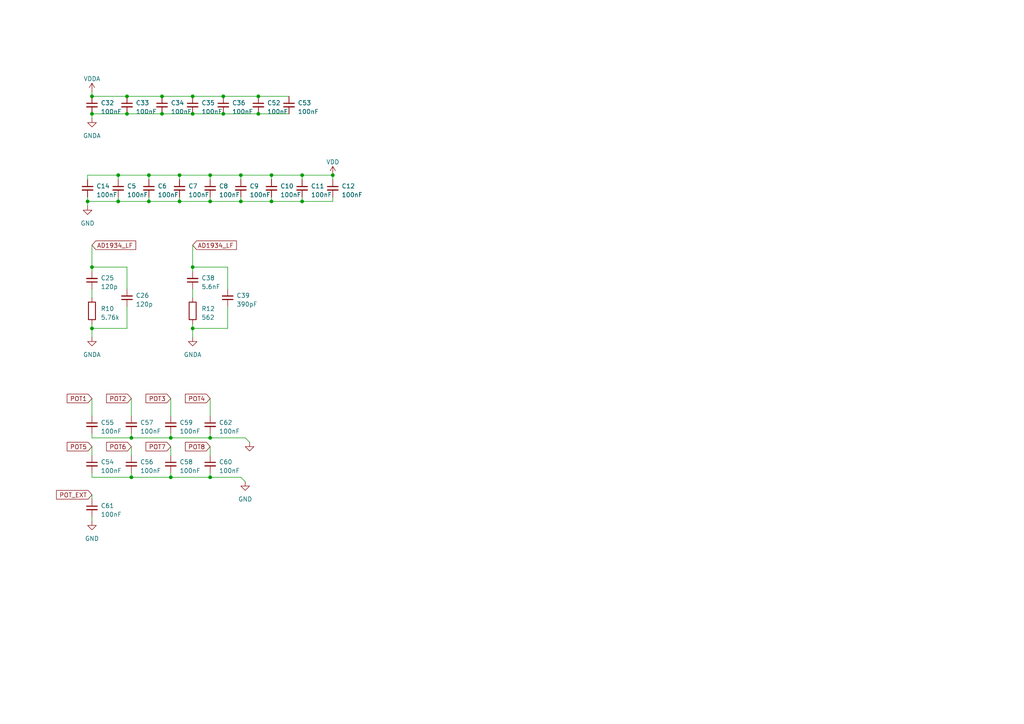
<source format=kicad_sch>
(kicad_sch (version 20230121) (generator eeschema)

  (uuid dd1fa2f4-9ca2-4742-a67d-d263d9d3d241)

  (paper "A4")

  (lib_symbols
    (symbol "Device:C_Small" (pin_numbers hide) (pin_names (offset 0.254) hide) (in_bom yes) (on_board yes)
      (property "Reference" "C" (at 0.254 1.778 0)
        (effects (font (size 1.27 1.27)) (justify left))
      )
      (property "Value" "C_Small" (at 0.254 -2.032 0)
        (effects (font (size 1.27 1.27)) (justify left))
      )
      (property "Footprint" "" (at 0 0 0)
        (effects (font (size 1.27 1.27)) hide)
      )
      (property "Datasheet" "~" (at 0 0 0)
        (effects (font (size 1.27 1.27)) hide)
      )
      (property "ki_keywords" "capacitor cap" (at 0 0 0)
        (effects (font (size 1.27 1.27)) hide)
      )
      (property "ki_description" "Unpolarized capacitor, small symbol" (at 0 0 0)
        (effects (font (size 1.27 1.27)) hide)
      )
      (property "ki_fp_filters" "C_*" (at 0 0 0)
        (effects (font (size 1.27 1.27)) hide)
      )
      (symbol "C_Small_0_1"
        (polyline
          (pts
            (xy -1.524 -0.508)
            (xy 1.524 -0.508)
          )
          (stroke (width 0.3302) (type default))
          (fill (type none))
        )
        (polyline
          (pts
            (xy -1.524 0.508)
            (xy 1.524 0.508)
          )
          (stroke (width 0.3048) (type default))
          (fill (type none))
        )
      )
      (symbol "C_Small_1_1"
        (pin passive line (at 0 2.54 270) (length 2.032)
          (name "~" (effects (font (size 1.27 1.27))))
          (number "1" (effects (font (size 1.27 1.27))))
        )
        (pin passive line (at 0 -2.54 90) (length 2.032)
          (name "~" (effects (font (size 1.27 1.27))))
          (number "2" (effects (font (size 1.27 1.27))))
        )
      )
    )
    (symbol "Device:R" (pin_numbers hide) (pin_names (offset 0)) (in_bom yes) (on_board yes)
      (property "Reference" "R" (at 2.032 0 90)
        (effects (font (size 1.27 1.27)))
      )
      (property "Value" "R" (at 0 0 90)
        (effects (font (size 1.27 1.27)))
      )
      (property "Footprint" "" (at -1.778 0 90)
        (effects (font (size 1.27 1.27)) hide)
      )
      (property "Datasheet" "~" (at 0 0 0)
        (effects (font (size 1.27 1.27)) hide)
      )
      (property "ki_keywords" "R res resistor" (at 0 0 0)
        (effects (font (size 1.27 1.27)) hide)
      )
      (property "ki_description" "Resistor" (at 0 0 0)
        (effects (font (size 1.27 1.27)) hide)
      )
      (property "ki_fp_filters" "R_*" (at 0 0 0)
        (effects (font (size 1.27 1.27)) hide)
      )
      (symbol "R_0_1"
        (rectangle (start -1.016 -2.54) (end 1.016 2.54)
          (stroke (width 0.254) (type default))
          (fill (type none))
        )
      )
      (symbol "R_1_1"
        (pin passive line (at 0 3.81 270) (length 1.27)
          (name "~" (effects (font (size 1.27 1.27))))
          (number "1" (effects (font (size 1.27 1.27))))
        )
        (pin passive line (at 0 -3.81 90) (length 1.27)
          (name "~" (effects (font (size 1.27 1.27))))
          (number "2" (effects (font (size 1.27 1.27))))
        )
      )
    )
    (symbol "power:GND" (power) (pin_names (offset 0)) (in_bom yes) (on_board yes)
      (property "Reference" "#PWR" (at 0 -6.35 0)
        (effects (font (size 1.27 1.27)) hide)
      )
      (property "Value" "GND" (at 0 -3.81 0)
        (effects (font (size 1.27 1.27)))
      )
      (property "Footprint" "" (at 0 0 0)
        (effects (font (size 1.27 1.27)) hide)
      )
      (property "Datasheet" "" (at 0 0 0)
        (effects (font (size 1.27 1.27)) hide)
      )
      (property "ki_keywords" "global power" (at 0 0 0)
        (effects (font (size 1.27 1.27)) hide)
      )
      (property "ki_description" "Power symbol creates a global label with name \"GND\" , ground" (at 0 0 0)
        (effects (font (size 1.27 1.27)) hide)
      )
      (symbol "GND_0_1"
        (polyline
          (pts
            (xy 0 0)
            (xy 0 -1.27)
            (xy 1.27 -1.27)
            (xy 0 -2.54)
            (xy -1.27 -1.27)
            (xy 0 -1.27)
          )
          (stroke (width 0) (type default))
          (fill (type none))
        )
      )
      (symbol "GND_1_1"
        (pin power_in line (at 0 0 270) (length 0) hide
          (name "GND" (effects (font (size 1.27 1.27))))
          (number "1" (effects (font (size 1.27 1.27))))
        )
      )
    )
    (symbol "power:GNDA" (power) (pin_names (offset 0)) (in_bom yes) (on_board yes)
      (property "Reference" "#PWR" (at 0 -6.35 0)
        (effects (font (size 1.27 1.27)) hide)
      )
      (property "Value" "GNDA" (at 0 -3.81 0)
        (effects (font (size 1.27 1.27)))
      )
      (property "Footprint" "" (at 0 0 0)
        (effects (font (size 1.27 1.27)) hide)
      )
      (property "Datasheet" "" (at 0 0 0)
        (effects (font (size 1.27 1.27)) hide)
      )
      (property "ki_keywords" "global power" (at 0 0 0)
        (effects (font (size 1.27 1.27)) hide)
      )
      (property "ki_description" "Power symbol creates a global label with name \"GNDA\" , analog ground" (at 0 0 0)
        (effects (font (size 1.27 1.27)) hide)
      )
      (symbol "GNDA_0_1"
        (polyline
          (pts
            (xy 0 0)
            (xy 0 -1.27)
            (xy 1.27 -1.27)
            (xy 0 -2.54)
            (xy -1.27 -1.27)
            (xy 0 -1.27)
          )
          (stroke (width 0) (type default))
          (fill (type none))
        )
      )
      (symbol "GNDA_1_1"
        (pin power_in line (at 0 0 270) (length 0) hide
          (name "GNDA" (effects (font (size 1.27 1.27))))
          (number "1" (effects (font (size 1.27 1.27))))
        )
      )
    )
    (symbol "power:VDD" (power) (pin_names (offset 0)) (in_bom yes) (on_board yes)
      (property "Reference" "#PWR" (at 0 -3.81 0)
        (effects (font (size 1.27 1.27)) hide)
      )
      (property "Value" "VDD" (at 0 3.81 0)
        (effects (font (size 1.27 1.27)))
      )
      (property "Footprint" "" (at 0 0 0)
        (effects (font (size 1.27 1.27)) hide)
      )
      (property "Datasheet" "" (at 0 0 0)
        (effects (font (size 1.27 1.27)) hide)
      )
      (property "ki_keywords" "global power" (at 0 0 0)
        (effects (font (size 1.27 1.27)) hide)
      )
      (property "ki_description" "Power symbol creates a global label with name \"VDD\"" (at 0 0 0)
        (effects (font (size 1.27 1.27)) hide)
      )
      (symbol "VDD_0_1"
        (polyline
          (pts
            (xy -0.762 1.27)
            (xy 0 2.54)
          )
          (stroke (width 0) (type default))
          (fill (type none))
        )
        (polyline
          (pts
            (xy 0 0)
            (xy 0 2.54)
          )
          (stroke (width 0) (type default))
          (fill (type none))
        )
        (polyline
          (pts
            (xy 0 2.54)
            (xy 0.762 1.27)
          )
          (stroke (width 0) (type default))
          (fill (type none))
        )
      )
      (symbol "VDD_1_1"
        (pin power_in line (at 0 0 90) (length 0) hide
          (name "VDD" (effects (font (size 1.27 1.27))))
          (number "1" (effects (font (size 1.27 1.27))))
        )
      )
    )
    (symbol "power:VDDA" (power) (pin_names (offset 0)) (in_bom yes) (on_board yes)
      (property "Reference" "#PWR" (at 0 -3.81 0)
        (effects (font (size 1.27 1.27)) hide)
      )
      (property "Value" "VDDA" (at 0 3.81 0)
        (effects (font (size 1.27 1.27)))
      )
      (property "Footprint" "" (at 0 0 0)
        (effects (font (size 1.27 1.27)) hide)
      )
      (property "Datasheet" "" (at 0 0 0)
        (effects (font (size 1.27 1.27)) hide)
      )
      (property "ki_keywords" "global power" (at 0 0 0)
        (effects (font (size 1.27 1.27)) hide)
      )
      (property "ki_description" "Power symbol creates a global label with name \"VDDA\"" (at 0 0 0)
        (effects (font (size 1.27 1.27)) hide)
      )
      (symbol "VDDA_0_1"
        (polyline
          (pts
            (xy -0.762 1.27)
            (xy 0 2.54)
          )
          (stroke (width 0) (type default))
          (fill (type none))
        )
        (polyline
          (pts
            (xy 0 0)
            (xy 0 2.54)
          )
          (stroke (width 0) (type default))
          (fill (type none))
        )
        (polyline
          (pts
            (xy 0 2.54)
            (xy 0.762 1.27)
          )
          (stroke (width 0) (type default))
          (fill (type none))
        )
      )
      (symbol "VDDA_1_1"
        (pin power_in line (at 0 0 90) (length 0) hide
          (name "VDDA" (effects (font (size 1.27 1.27))))
          (number "1" (effects (font (size 1.27 1.27))))
        )
      )
    )
  )

  (junction (at 55.88 95.25) (diameter 0) (color 0 0 0 0)
    (uuid 0a4e0715-cee4-4285-9e2e-2894257838d0)
  )
  (junction (at 69.85 50.8) (diameter 0) (color 0 0 0 0)
    (uuid 103432a1-af0c-4bdc-911a-7a92663b2296)
  )
  (junction (at 96.52 50.8) (diameter 0) (color 0 0 0 0)
    (uuid 1478fbc8-4f98-4de1-aa81-372c2c23fbb9)
  )
  (junction (at 52.07 58.42) (diameter 0) (color 0 0 0 0)
    (uuid 1f6715c4-851f-402e-b3e6-bb0b2303d691)
  )
  (junction (at 34.29 50.8) (diameter 0) (color 0 0 0 0)
    (uuid 3084ddc4-0198-40d7-a3c2-8679a7a2d6a2)
  )
  (junction (at 49.53 138.43) (diameter 0) (color 0 0 0 0)
    (uuid 364d9232-f313-4c6c-804c-36d8ff71ef8d)
  )
  (junction (at 38.1 138.43) (diameter 0) (color 0 0 0 0)
    (uuid 3ddd688f-6972-4e75-af38-3ad7794a701e)
  )
  (junction (at 43.18 50.8) (diameter 0) (color 0 0 0 0)
    (uuid 419c8606-1028-436a-88fc-88b31d5e6a89)
  )
  (junction (at 26.67 33.02) (diameter 0) (color 0 0 0 0)
    (uuid 46efdcda-cba9-4c71-9431-67f2ed6a526d)
  )
  (junction (at 49.53 127) (diameter 0) (color 0 0 0 0)
    (uuid 4be63671-3b0c-4cff-9308-0463b5fe5d22)
  )
  (junction (at 60.96 127) (diameter 0) (color 0 0 0 0)
    (uuid 57c31d8c-628f-4504-9989-2338f86a3a87)
  )
  (junction (at 64.77 27.94) (diameter 0) (color 0 0 0 0)
    (uuid 59d317a4-ca17-4d81-b8cc-a24a52e1bd02)
  )
  (junction (at 87.63 50.8) (diameter 0) (color 0 0 0 0)
    (uuid 60366baf-d977-4dc7-ac83-055c8c922c7d)
  )
  (junction (at 55.88 33.02) (diameter 0) (color 0 0 0 0)
    (uuid 609b1249-5a28-49bd-bc80-9a7982f88a1c)
  )
  (junction (at 46.99 33.02) (diameter 0) (color 0 0 0 0)
    (uuid 60aeb1d4-ee87-497d-8f9c-8b1853b4f8f5)
  )
  (junction (at 74.93 27.94) (diameter 0) (color 0 0 0 0)
    (uuid 66fee20a-96e9-4d55-ae25-78371194546e)
  )
  (junction (at 69.85 58.42) (diameter 0) (color 0 0 0 0)
    (uuid 697c5e83-06fd-4143-b08d-a2c6fa2ee1b5)
  )
  (junction (at 60.96 138.43) (diameter 0) (color 0 0 0 0)
    (uuid 6e0e62e0-f163-407b-a4e9-b09f41ed4f3c)
  )
  (junction (at 78.74 50.8) (diameter 0) (color 0 0 0 0)
    (uuid 6e45c6a1-6727-4968-92ea-7f6a1e6bdd76)
  )
  (junction (at 52.07 50.8) (diameter 0) (color 0 0 0 0)
    (uuid 71521a8b-a13e-41dd-8b55-ce2d5f999c43)
  )
  (junction (at 26.67 77.47) (diameter 0) (color 0 0 0 0)
    (uuid 756273a8-6f75-45d0-9508-48224a301778)
  )
  (junction (at 34.29 58.42) (diameter 0) (color 0 0 0 0)
    (uuid 7a1f2204-92d5-40fc-aa81-ac27b226ef92)
  )
  (junction (at 60.96 50.8) (diameter 0) (color 0 0 0 0)
    (uuid 7e9da14b-7be3-450c-9506-ee14db5564e6)
  )
  (junction (at 55.88 77.47) (diameter 0) (color 0 0 0 0)
    (uuid 86115e6e-81e7-484e-84a8-9297e8152047)
  )
  (junction (at 60.96 58.42) (diameter 0) (color 0 0 0 0)
    (uuid a1476265-e03d-4980-b7e8-9705f718b1f3)
  )
  (junction (at 38.1 127) (diameter 0) (color 0 0 0 0)
    (uuid b2c4852e-80e3-4c7a-9680-088ce1f3312f)
  )
  (junction (at 64.77 33.02) (diameter 0) (color 0 0 0 0)
    (uuid b42b07d0-e9c5-4528-814e-67494523c398)
  )
  (junction (at 26.67 95.25) (diameter 0) (color 0 0 0 0)
    (uuid bd605196-12a1-44e7-bb55-b08296891a3c)
  )
  (junction (at 36.83 33.02) (diameter 0) (color 0 0 0 0)
    (uuid c273afa4-fca6-4242-acb3-d6a542fc22d6)
  )
  (junction (at 25.4 58.42) (diameter 0) (color 0 0 0 0)
    (uuid c7238a1c-3e39-4775-9230-43bd5b5cbc39)
  )
  (junction (at 87.63 58.42) (diameter 0) (color 0 0 0 0)
    (uuid c998b3bf-af4c-4b27-ac7c-8d91226e033f)
  )
  (junction (at 43.18 58.42) (diameter 0) (color 0 0 0 0)
    (uuid d17e4efb-b251-4cf7-b3b8-1008c520f031)
  )
  (junction (at 55.88 27.94) (diameter 0) (color 0 0 0 0)
    (uuid d195a166-cd7a-462e-82d3-591911cd675f)
  )
  (junction (at 36.83 27.94) (diameter 0) (color 0 0 0 0)
    (uuid d26996cc-68dc-4448-9716-7855f26551d6)
  )
  (junction (at 46.99 27.94) (diameter 0) (color 0 0 0 0)
    (uuid d6144cea-ef01-4326-b2b4-53e55cdfdff4)
  )
  (junction (at 26.67 27.94) (diameter 0) (color 0 0 0 0)
    (uuid d6bf0da1-2c22-430d-abf0-0a90079fc738)
  )
  (junction (at 78.74 58.42) (diameter 0) (color 0 0 0 0)
    (uuid e2950d17-9d94-4557-8b86-3cfa50326b74)
  )
  (junction (at 74.93 33.02) (diameter 0) (color 0 0 0 0)
    (uuid ea34af24-74c4-4fa1-b541-61f34cef3947)
  )

  (wire (pts (xy 55.88 93.98) (xy 55.88 95.25))
    (stroke (width 0) (type default))
    (uuid 00633f46-a5cb-46df-b986-01119992d036)
  )
  (wire (pts (xy 25.4 50.8) (xy 34.29 50.8))
    (stroke (width 0) (type default))
    (uuid 05909202-6bf9-4b9e-b35c-caa6316c5e54)
  )
  (wire (pts (xy 60.96 58.42) (xy 52.07 58.42))
    (stroke (width 0) (type default))
    (uuid 124c349e-38d1-41a0-9f74-50e023abbc30)
  )
  (wire (pts (xy 25.4 52.07) (xy 25.4 50.8))
    (stroke (width 0) (type default))
    (uuid 1317ade3-7efc-465e-960e-44ea9ea813f2)
  )
  (wire (pts (xy 49.53 125.73) (xy 49.53 127))
    (stroke (width 0) (type default))
    (uuid 1412fd50-21eb-4221-9a9c-893f86f8cc60)
  )
  (wire (pts (xy 55.88 95.25) (xy 55.88 97.79))
    (stroke (width 0) (type default))
    (uuid 15573ebb-d70c-4708-bbaf-c7435050d54d)
  )
  (wire (pts (xy 34.29 58.42) (xy 25.4 58.42))
    (stroke (width 0) (type default))
    (uuid 165fd013-97d6-4273-8935-dd6643d22270)
  )
  (wire (pts (xy 26.67 143.51) (xy 26.67 144.78))
    (stroke (width 0) (type default))
    (uuid 18714608-7520-48ac-8620-7ebaf984aa43)
  )
  (wire (pts (xy 78.74 50.8) (xy 69.85 50.8))
    (stroke (width 0) (type default))
    (uuid 1d73b3ca-eb6c-4bf7-b87b-8ef32e523ae8)
  )
  (wire (pts (xy 96.52 52.07) (xy 96.52 50.8))
    (stroke (width 0) (type default))
    (uuid 224c4498-3f36-46e1-b5cd-ea6b9d7588fc)
  )
  (wire (pts (xy 26.67 127) (xy 38.1 127))
    (stroke (width 0) (type default))
    (uuid 2321d65d-f145-455b-93cd-2f6b7d1cfcf2)
  )
  (wire (pts (xy 60.96 127) (xy 71.12 127))
    (stroke (width 0) (type default))
    (uuid 236e2d27-a353-4531-bef5-830ea5f31aa6)
  )
  (wire (pts (xy 38.1 127) (xy 49.53 127))
    (stroke (width 0) (type default))
    (uuid 23adb698-d5e7-4d72-af80-1cc472437185)
  )
  (wire (pts (xy 52.07 52.07) (xy 52.07 50.8))
    (stroke (width 0) (type default))
    (uuid 2b5d9dad-67ef-4ad2-84c4-66460dcbe7e2)
  )
  (wire (pts (xy 74.93 27.94) (xy 83.82 27.94))
    (stroke (width 0) (type default))
    (uuid 2e2a3ada-8aab-4f2a-9caf-fce0d0d21bed)
  )
  (wire (pts (xy 38.1 125.73) (xy 38.1 127))
    (stroke (width 0) (type default))
    (uuid 305ef597-b316-4720-8ab3-d8600b8a9cd5)
  )
  (wire (pts (xy 26.67 93.98) (xy 26.67 95.25))
    (stroke (width 0) (type default))
    (uuid 360acfa9-60ac-4a71-a273-6c510df08528)
  )
  (wire (pts (xy 55.88 71.12) (xy 55.88 77.47))
    (stroke (width 0) (type default))
    (uuid 36da4982-778c-4b74-9db6-ac75aef801ec)
  )
  (wire (pts (xy 66.04 95.25) (xy 66.04 88.9))
    (stroke (width 0) (type default))
    (uuid 36ebb6db-a72d-4123-b87d-0f2049286ae9)
  )
  (wire (pts (xy 49.53 129.54) (xy 49.53 132.08))
    (stroke (width 0) (type default))
    (uuid 3b22fa0b-63a0-43c0-9615-1250ad63d47d)
  )
  (wire (pts (xy 52.07 50.8) (xy 60.96 50.8))
    (stroke (width 0) (type default))
    (uuid 3b29c430-66c7-49b4-9726-64e386aad599)
  )
  (wire (pts (xy 43.18 57.15) (xy 43.18 58.42))
    (stroke (width 0) (type default))
    (uuid 413afa38-b8cd-4c00-870e-3fb94c4908da)
  )
  (wire (pts (xy 26.67 149.86) (xy 26.67 151.13))
    (stroke (width 0) (type default))
    (uuid 42b547c4-2642-4eca-b1ff-8fd73e411706)
  )
  (wire (pts (xy 69.85 138.43) (xy 71.12 139.7))
    (stroke (width 0) (type default))
    (uuid 46d3ed2e-a7d0-41a0-889a-b9a94cbd2f1d)
  )
  (wire (pts (xy 55.88 27.94) (xy 64.77 27.94))
    (stroke (width 0) (type default))
    (uuid 4816396b-7960-44d8-a068-c4ac43e4b1e9)
  )
  (wire (pts (xy 26.67 33.02) (xy 36.83 33.02))
    (stroke (width 0) (type default))
    (uuid 494dee85-e732-4ecb-ae1e-0a1ba191b235)
  )
  (wire (pts (xy 96.52 58.42) (xy 87.63 58.42))
    (stroke (width 0) (type default))
    (uuid 4ad7fefd-61d8-4d7a-a53a-0279a7bb5370)
  )
  (wire (pts (xy 26.67 77.47) (xy 26.67 78.74))
    (stroke (width 0) (type default))
    (uuid 4b75a342-a012-4902-a59e-7e131a87c826)
  )
  (wire (pts (xy 87.63 52.07) (xy 87.63 50.8))
    (stroke (width 0) (type default))
    (uuid 4ba8c275-c5ef-42d7-ac0f-437d29522a4a)
  )
  (wire (pts (xy 46.99 33.02) (xy 55.88 33.02))
    (stroke (width 0) (type default))
    (uuid 4ca11307-b5ea-45ef-a512-01dba9387078)
  )
  (wire (pts (xy 38.1 137.16) (xy 38.1 138.43))
    (stroke (width 0) (type default))
    (uuid 4d7f2382-335c-4a87-a4bd-c3a7c05c688a)
  )
  (wire (pts (xy 60.96 115.57) (xy 60.96 120.65))
    (stroke (width 0) (type default))
    (uuid 51a68e11-27b0-4fb8-8c7e-8db96cead521)
  )
  (wire (pts (xy 49.53 137.16) (xy 49.53 138.43))
    (stroke (width 0) (type default))
    (uuid 520accf7-df31-4f8d-8149-ea93837b79cc)
  )
  (wire (pts (xy 60.96 50.8) (xy 69.85 50.8))
    (stroke (width 0) (type default))
    (uuid 529ca79c-bd97-4129-aff9-8bea63d6f8e0)
  )
  (wire (pts (xy 26.67 77.47) (xy 36.83 77.47))
    (stroke (width 0) (type default))
    (uuid 5353b2ff-a4ed-4a15-966d-fab72bfc05ce)
  )
  (wire (pts (xy 49.53 127) (xy 60.96 127))
    (stroke (width 0) (type default))
    (uuid 5d06a78f-55ba-434d-a46c-f05154766827)
  )
  (wire (pts (xy 34.29 52.07) (xy 34.29 50.8))
    (stroke (width 0) (type default))
    (uuid 5d3a25ad-3907-4d6f-bc95-197cf4195199)
  )
  (wire (pts (xy 36.83 27.94) (xy 46.99 27.94))
    (stroke (width 0) (type default))
    (uuid 5ee21c1c-17ef-4c8a-8f75-b97945ebb87d)
  )
  (wire (pts (xy 60.96 138.43) (xy 69.85 138.43))
    (stroke (width 0) (type default))
    (uuid 625263a7-3361-47a5-a22e-9f89bad15511)
  )
  (wire (pts (xy 60.96 52.07) (xy 60.96 50.8))
    (stroke (width 0) (type default))
    (uuid 698b50df-6839-4c62-86b7-804c64ae46d3)
  )
  (wire (pts (xy 69.85 57.15) (xy 69.85 58.42))
    (stroke (width 0) (type default))
    (uuid 6c34b4fa-7fbc-4baa-a068-514133cc874b)
  )
  (wire (pts (xy 34.29 50.8) (xy 43.18 50.8))
    (stroke (width 0) (type default))
    (uuid 6e488d42-efca-430d-97e6-876cf134c85b)
  )
  (wire (pts (xy 55.88 83.82) (xy 55.88 86.36))
    (stroke (width 0) (type default))
    (uuid 7081a3b8-d3a7-4099-b8ca-680c62d2cf7a)
  )
  (wire (pts (xy 55.88 77.47) (xy 66.04 77.47))
    (stroke (width 0) (type default))
    (uuid 7153d55c-3351-46ee-9a5a-774ec741f5d0)
  )
  (wire (pts (xy 25.4 58.42) (xy 25.4 59.69))
    (stroke (width 0) (type default))
    (uuid 7219c587-045c-4fb2-aeac-84f09f923af6)
  )
  (wire (pts (xy 43.18 52.07) (xy 43.18 50.8))
    (stroke (width 0) (type default))
    (uuid 755f90c4-5195-4600-a183-d727f99386b2)
  )
  (wire (pts (xy 52.07 50.8) (xy 43.18 50.8))
    (stroke (width 0) (type default))
    (uuid 7ad70f23-4b3e-479c-a39c-9842a9acd217)
  )
  (wire (pts (xy 38.1 138.43) (xy 49.53 138.43))
    (stroke (width 0) (type default))
    (uuid 7f96a31c-2bae-4c15-978a-19d8b7123179)
  )
  (wire (pts (xy 78.74 58.42) (xy 69.85 58.42))
    (stroke (width 0) (type default))
    (uuid 7fd5b5be-2aab-4f2d-a53d-9572c6790f7a)
  )
  (wire (pts (xy 55.88 95.25) (xy 66.04 95.25))
    (stroke (width 0) (type default))
    (uuid 81d4e5a7-8399-4f04-8fb2-46d58e5d2bda)
  )
  (wire (pts (xy 49.53 115.57) (xy 49.53 120.65))
    (stroke (width 0) (type default))
    (uuid 83278b61-e21f-4afe-a1ae-6ceda43e21a0)
  )
  (wire (pts (xy 38.1 129.54) (xy 38.1 132.08))
    (stroke (width 0) (type default))
    (uuid 846b7d2f-7f7c-42ff-9385-a39c4158a7d7)
  )
  (wire (pts (xy 60.96 57.15) (xy 60.96 58.42))
    (stroke (width 0) (type default))
    (uuid 84a64c91-e5a4-47f5-a683-b82861aaebd8)
  )
  (wire (pts (xy 26.67 129.54) (xy 26.67 132.08))
    (stroke (width 0) (type default))
    (uuid 8bdd81eb-831c-4506-91b7-6f878987d805)
  )
  (wire (pts (xy 46.99 27.94) (xy 55.88 27.94))
    (stroke (width 0) (type default))
    (uuid 8be0f178-5646-4e41-b7ce-10613ccd093e)
  )
  (wire (pts (xy 74.93 33.02) (xy 83.82 33.02))
    (stroke (width 0) (type default))
    (uuid 90501363-43be-4b5b-b36e-f3276bcf7a0b)
  )
  (wire (pts (xy 66.04 77.47) (xy 66.04 83.82))
    (stroke (width 0) (type default))
    (uuid 93cd8a4c-2b37-4f02-8a0a-e0d95ecb4d6c)
  )
  (wire (pts (xy 71.12 127) (xy 72.39 128.27))
    (stroke (width 0) (type default))
    (uuid 959db3b2-55b1-47c6-a2fb-df3fa7f4c4e7)
  )
  (wire (pts (xy 26.67 95.25) (xy 36.83 95.25))
    (stroke (width 0) (type default))
    (uuid 9ab59340-8055-4e42-a5b7-3accd337540d)
  )
  (wire (pts (xy 36.83 33.02) (xy 46.99 33.02))
    (stroke (width 0) (type default))
    (uuid 9b91c162-8024-46f3-98e9-f47ba044132c)
  )
  (wire (pts (xy 69.85 58.42) (xy 60.96 58.42))
    (stroke (width 0) (type default))
    (uuid a602af70-aa43-463c-92fb-708cedfd848f)
  )
  (wire (pts (xy 36.83 77.47) (xy 36.83 83.82))
    (stroke (width 0) (type default))
    (uuid acaf34a2-55ea-4ab0-8277-138006058f68)
  )
  (wire (pts (xy 26.67 27.94) (xy 36.83 27.94))
    (stroke (width 0) (type default))
    (uuid af3e708a-14f2-425b-9b92-2890a1c89ae5)
  )
  (wire (pts (xy 43.18 58.42) (xy 34.29 58.42))
    (stroke (width 0) (type default))
    (uuid b1e5bc7e-8316-44e3-8770-7f97b771172f)
  )
  (wire (pts (xy 69.85 52.07) (xy 69.85 50.8))
    (stroke (width 0) (type default))
    (uuid b36ea311-49eb-4443-b7d6-afec03fa06a8)
  )
  (wire (pts (xy 26.67 33.02) (xy 26.67 34.29))
    (stroke (width 0) (type default))
    (uuid b461f4a3-b85d-41ee-bc59-d13526fc8f14)
  )
  (wire (pts (xy 60.96 137.16) (xy 60.96 138.43))
    (stroke (width 0) (type default))
    (uuid b6226706-a9cb-4317-8d6f-5c04b683ee8c)
  )
  (wire (pts (xy 26.67 125.73) (xy 26.67 127))
    (stroke (width 0) (type default))
    (uuid ba711a42-aea7-4ab2-918b-4248f83fa636)
  )
  (wire (pts (xy 26.67 71.12) (xy 26.67 77.47))
    (stroke (width 0) (type default))
    (uuid bacc83b1-6e4e-4883-8521-5fc4ac7ecab7)
  )
  (wire (pts (xy 78.74 50.8) (xy 87.63 50.8))
    (stroke (width 0) (type default))
    (uuid bc186fcb-d1e1-415b-98b1-8c3c1383af24)
  )
  (wire (pts (xy 55.88 77.47) (xy 55.88 78.74))
    (stroke (width 0) (type default))
    (uuid c0635f8c-342f-4ade-a8f0-f37afd4f5b10)
  )
  (wire (pts (xy 26.67 26.67) (xy 26.67 27.94))
    (stroke (width 0) (type default))
    (uuid c0ff69aa-950d-435d-85f5-4b8057c56603)
  )
  (wire (pts (xy 26.67 83.82) (xy 26.67 86.36))
    (stroke (width 0) (type default))
    (uuid c4994164-d514-4542-90fa-230508803a9f)
  )
  (wire (pts (xy 26.67 137.16) (xy 26.67 138.43))
    (stroke (width 0) (type default))
    (uuid c5ead825-f04a-4675-ae00-86380b989a34)
  )
  (wire (pts (xy 87.63 50.8) (xy 96.52 50.8))
    (stroke (width 0) (type default))
    (uuid c62ab6f1-d0e6-4cdd-aa15-61172ac7997f)
  )
  (wire (pts (xy 64.77 27.94) (xy 74.93 27.94))
    (stroke (width 0) (type default))
    (uuid cacf4164-7420-43b7-b639-4c6e52ac4bb5)
  )
  (wire (pts (xy 78.74 52.07) (xy 78.74 50.8))
    (stroke (width 0) (type default))
    (uuid cc2c5fcf-58cd-47a0-8a2d-843b63e5ec7a)
  )
  (wire (pts (xy 26.67 95.25) (xy 26.67 97.79))
    (stroke (width 0) (type default))
    (uuid cd1109d2-bf03-4feb-a2d2-7a74d15358bd)
  )
  (wire (pts (xy 64.77 33.02) (xy 74.93 33.02))
    (stroke (width 0) (type default))
    (uuid cf755ed3-fabb-46c7-b416-afa538889407)
  )
  (wire (pts (xy 25.4 57.15) (xy 25.4 58.42))
    (stroke (width 0) (type default))
    (uuid cfa65430-3d02-4268-a535-e74881fad0cd)
  )
  (wire (pts (xy 38.1 115.57) (xy 38.1 120.65))
    (stroke (width 0) (type default))
    (uuid d07dfaf4-8e12-4797-b084-246dfeaf87d3)
  )
  (wire (pts (xy 52.07 57.15) (xy 52.07 58.42))
    (stroke (width 0) (type default))
    (uuid d2940910-f93b-449d-be1f-3ca09f00dbc0)
  )
  (wire (pts (xy 55.88 33.02) (xy 64.77 33.02))
    (stroke (width 0) (type default))
    (uuid d2b7e30b-085c-471c-855d-9677f6c6b099)
  )
  (wire (pts (xy 87.63 58.42) (xy 78.74 58.42))
    (stroke (width 0) (type default))
    (uuid d3861245-b7ce-473a-8b96-563f78e6d68c)
  )
  (wire (pts (xy 34.29 57.15) (xy 34.29 58.42))
    (stroke (width 0) (type default))
    (uuid e1cd2100-4e92-4b44-bbf4-c37728aa0745)
  )
  (wire (pts (xy 60.96 129.54) (xy 60.96 132.08))
    (stroke (width 0) (type default))
    (uuid e1db8a4c-9d1e-4fa8-b794-668aaba9f9f3)
  )
  (wire (pts (xy 26.67 115.57) (xy 26.67 120.65))
    (stroke (width 0) (type default))
    (uuid e6243331-88c6-42a1-88c0-f96de1572010)
  )
  (wire (pts (xy 49.53 138.43) (xy 60.96 138.43))
    (stroke (width 0) (type default))
    (uuid e72618c6-e5ea-4f37-b3d0-44d19e373869)
  )
  (wire (pts (xy 60.96 125.73) (xy 60.96 127))
    (stroke (width 0) (type default))
    (uuid e8a6b23e-8aeb-4ca9-94de-1a7de4b98b4b)
  )
  (wire (pts (xy 87.63 57.15) (xy 87.63 58.42))
    (stroke (width 0) (type default))
    (uuid e8d5543a-f903-464c-a1e5-fd7d3bf9f2f5)
  )
  (wire (pts (xy 96.52 57.15) (xy 96.52 58.42))
    (stroke (width 0) (type default))
    (uuid efce7bf9-0366-4a6e-aed5-52a9654e28cf)
  )
  (wire (pts (xy 52.07 58.42) (xy 43.18 58.42))
    (stroke (width 0) (type default))
    (uuid f609e23e-5493-40a7-950a-5a4cc2e02846)
  )
  (wire (pts (xy 26.67 138.43) (xy 38.1 138.43))
    (stroke (width 0) (type default))
    (uuid f9687a8c-be0b-4a8d-8ebe-cfa0ea651053)
  )
  (wire (pts (xy 36.83 95.25) (xy 36.83 88.9))
    (stroke (width 0) (type default))
    (uuid fca9cf0e-f9c3-400e-b309-95c9b0a819df)
  )
  (wire (pts (xy 78.74 57.15) (xy 78.74 58.42))
    (stroke (width 0) (type default))
    (uuid fe7e118b-da56-4f99-aa7d-a3090b4a0b17)
  )

  (global_label "POT8" (shape input) (at 60.96 129.54 180) (fields_autoplaced)
    (effects (font (size 1.27 1.27)) (justify right))
    (uuid 1232e8c1-0e09-474b-b1a8-90c9ae953ab3)
    (property "Intersheetrefs" "${INTERSHEET_REFS}" (at 53.2766 129.54 0)
      (effects (font (size 1.27 1.27)) (justify right) hide)
    )
  )
  (global_label "AD1934_LF" (shape input) (at 26.67 71.12 0) (fields_autoplaced)
    (effects (font (size 1.27 1.27)) (justify left))
    (uuid 1a06715b-b859-4095-80c9-e3754b086cc1)
    (property "Intersheetrefs" "${INTERSHEET_REFS}" (at 39.8567 71.12 0)
      (effects (font (size 1.27 1.27)) (justify left) hide)
    )
  )
  (global_label "POT_EXT" (shape input) (at 26.67 143.51 180) (fields_autoplaced)
    (effects (font (size 1.27 1.27)) (justify right))
    (uuid 2eea7621-5fa4-4fb9-bd60-1167712b7374)
    (property "Intersheetrefs" "${INTERSHEET_REFS}" (at 15.9024 143.51 0)
      (effects (font (size 1.27 1.27)) (justify right) hide)
    )
  )
  (global_label "POT7" (shape input) (at 49.53 129.54 180) (fields_autoplaced)
    (effects (font (size 1.27 1.27)) (justify right))
    (uuid 46cc85dd-8e47-4046-b001-ccb481890249)
    (property "Intersheetrefs" "${INTERSHEET_REFS}" (at 41.8466 129.54 0)
      (effects (font (size 1.27 1.27)) (justify right) hide)
    )
  )
  (global_label "POT6" (shape input) (at 38.1 129.54 180) (fields_autoplaced)
    (effects (font (size 1.27 1.27)) (justify right))
    (uuid 511f6326-2a93-4bf2-a87c-1a15c8b89958)
    (property "Intersheetrefs" "${INTERSHEET_REFS}" (at 30.4166 129.54 0)
      (effects (font (size 1.27 1.27)) (justify right) hide)
    )
  )
  (global_label "POT3" (shape input) (at 49.53 115.57 180) (fields_autoplaced)
    (effects (font (size 1.27 1.27)) (justify right))
    (uuid 6ef4e654-5864-448b-a8bb-a1c5b25686b1)
    (property "Intersheetrefs" "${INTERSHEET_REFS}" (at 41.8466 115.57 0)
      (effects (font (size 1.27 1.27)) (justify right) hide)
    )
  )
  (global_label "POT2" (shape input) (at 38.1 115.57 180) (fields_autoplaced)
    (effects (font (size 1.27 1.27)) (justify right))
    (uuid 77fb14a4-b7bf-412a-90c3-3d972f14688a)
    (property "Intersheetrefs" "${INTERSHEET_REFS}" (at 30.4166 115.57 0)
      (effects (font (size 1.27 1.27)) (justify right) hide)
    )
  )
  (global_label "POT1" (shape input) (at 26.67 115.57 180) (fields_autoplaced)
    (effects (font (size 1.27 1.27)) (justify right))
    (uuid 94e4df6b-1178-4c51-8e18-24d626202aa8)
    (property "Intersheetrefs" "${INTERSHEET_REFS}" (at 18.9866 115.57 0)
      (effects (font (size 1.27 1.27)) (justify right) hide)
    )
  )
  (global_label "POT4" (shape input) (at 60.96 115.57 180) (fields_autoplaced)
    (effects (font (size 1.27 1.27)) (justify right))
    (uuid b7a44568-09a0-40a9-a7e1-3d466c081f2d)
    (property "Intersheetrefs" "${INTERSHEET_REFS}" (at 53.2766 115.57 0)
      (effects (font (size 1.27 1.27)) (justify right) hide)
    )
  )
  (global_label "AD1934_LF" (shape input) (at 55.88 71.12 0) (fields_autoplaced)
    (effects (font (size 1.27 1.27)) (justify left))
    (uuid eff6a03e-0ae0-4e4e-b456-cb45405609de)
    (property "Intersheetrefs" "${INTERSHEET_REFS}" (at 69.0667 71.12 0)
      (effects (font (size 1.27 1.27)) (justify left) hide)
    )
  )
  (global_label "POT5" (shape input) (at 26.67 129.54 180) (fields_autoplaced)
    (effects (font (size 1.27 1.27)) (justify right))
    (uuid f9b40cf0-10e1-4dce-962d-accd18ff428e)
    (property "Intersheetrefs" "${INTERSHEET_REFS}" (at 18.9866 129.54 0)
      (effects (font (size 1.27 1.27)) (justify right) hide)
    )
  )

  (symbol (lib_id "Device:C_Small") (at 64.77 30.48 0) (unit 1)
    (in_bom yes) (on_board yes) (dnp no) (fields_autoplaced)
    (uuid 02c1b209-bd0d-40dc-9d43-82b22601e3e4)
    (property "Reference" "C36" (at 67.31 29.8513 0)
      (effects (font (size 1.27 1.27)) (justify left))
    )
    (property "Value" "100nF" (at 67.31 32.3913 0)
      (effects (font (size 1.27 1.27)) (justify left))
    )
    (property "Footprint" "Capacitor_SMD:C_0603_1608Metric_Pad1.08x0.95mm_HandSolder" (at 64.77 30.48 0)
      (effects (font (size 1.27 1.27)) hide)
    )
    (property "Datasheet" "~" (at 64.77 30.48 0)
      (effects (font (size 1.27 1.27)) hide)
    )
    (pin "1" (uuid 3c4b452d-b6f5-4013-aabb-37a2c5b7a5e4))
    (pin "2" (uuid 693104c4-6a67-4ba5-88be-a0b4d836ecc3))
    (instances
      (project "stm_audio_board_V2"
        (path "/6997cf63-2615-4e49-9471-e7da1b6bae71"
          (reference "C36") (unit 1)
        )
        (path "/6997cf63-2615-4e49-9471-e7da1b6bae71/927539c8-c0d0-4950-9b67-385a1cdd80f8"
          (reference "C36") (unit 1)
        )
      )
    )
  )

  (symbol (lib_id "Device:C_Small") (at 26.67 147.32 0) (unit 1)
    (in_bom yes) (on_board yes) (dnp no) (fields_autoplaced)
    (uuid 03210832-1ef9-471b-b770-82070d3a916d)
    (property "Reference" "C61" (at 29.21 146.6913 0)
      (effects (font (size 1.27 1.27)) (justify left))
    )
    (property "Value" "100nF" (at 29.21 149.2313 0)
      (effects (font (size 1.27 1.27)) (justify left))
    )
    (property "Footprint" "Capacitor_SMD:C_0603_1608Metric_Pad1.08x0.95mm_HandSolder" (at 26.67 147.32 0)
      (effects (font (size 1.27 1.27)) hide)
    )
    (property "Datasheet" "~" (at 26.67 147.32 0)
      (effects (font (size 1.27 1.27)) hide)
    )
    (pin "1" (uuid 17774cc5-a1d4-4ff0-bc06-ba8fb8c4fc36))
    (pin "2" (uuid 039f1210-cfd9-44d9-a3d1-6d21b7050913))
    (instances
      (project "stm_audio_board_V2"
        (path "/6997cf63-2615-4e49-9471-e7da1b6bae71"
          (reference "C61") (unit 1)
        )
        (path "/6997cf63-2615-4e49-9471-e7da1b6bae71/927539c8-c0d0-4950-9b67-385a1cdd80f8"
          (reference "C61") (unit 1)
        )
      )
    )
  )

  (symbol (lib_id "power:GNDA") (at 55.88 97.79 0) (unit 1)
    (in_bom yes) (on_board yes) (dnp no) (fields_autoplaced)
    (uuid 06602291-546d-4742-b91e-720b640d82c4)
    (property "Reference" "#PWR037" (at 55.88 104.14 0)
      (effects (font (size 1.27 1.27)) hide)
    )
    (property "Value" "GNDA" (at 55.88 102.87 0)
      (effects (font (size 1.27 1.27)))
    )
    (property "Footprint" "" (at 55.88 97.79 0)
      (effects (font (size 1.27 1.27)) hide)
    )
    (property "Datasheet" "" (at 55.88 97.79 0)
      (effects (font (size 1.27 1.27)) hide)
    )
    (pin "1" (uuid 9b99b258-42f7-4f21-9754-85df012c018d))
    (instances
      (project "stm_audio_board_V2"
        (path "/6997cf63-2615-4e49-9471-e7da1b6bae71"
          (reference "#PWR037") (unit 1)
        )
        (path "/6997cf63-2615-4e49-9471-e7da1b6bae71/927539c8-c0d0-4950-9b67-385a1cdd80f8"
          (reference "#PWR037") (unit 1)
        )
      )
    )
  )

  (symbol (lib_id "Device:C_Small") (at 49.53 123.19 0) (unit 1)
    (in_bom yes) (on_board yes) (dnp no) (fields_autoplaced)
    (uuid 084716f7-c993-4460-910a-72f3df51b06e)
    (property "Reference" "C59" (at 52.07 122.5613 0)
      (effects (font (size 1.27 1.27)) (justify left))
    )
    (property "Value" "100nF" (at 52.07 125.1013 0)
      (effects (font (size 1.27 1.27)) (justify left))
    )
    (property "Footprint" "Capacitor_SMD:C_0603_1608Metric_Pad1.08x0.95mm_HandSolder" (at 49.53 123.19 0)
      (effects (font (size 1.27 1.27)) hide)
    )
    (property "Datasheet" "~" (at 49.53 123.19 0)
      (effects (font (size 1.27 1.27)) hide)
    )
    (pin "1" (uuid 0a106084-308c-42bb-9386-58f51e50cac5))
    (pin "2" (uuid e3eedb0c-97ee-4134-8a80-83cb16e38d1a))
    (instances
      (project "stm_audio_board_V2"
        (path "/6997cf63-2615-4e49-9471-e7da1b6bae71"
          (reference "C59") (unit 1)
        )
        (path "/6997cf63-2615-4e49-9471-e7da1b6bae71/927539c8-c0d0-4950-9b67-385a1cdd80f8"
          (reference "C59") (unit 1)
        )
      )
    )
  )

  (symbol (lib_id "Device:R") (at 55.88 90.17 0) (unit 1)
    (in_bom yes) (on_board yes) (dnp no) (fields_autoplaced)
    (uuid 088a497b-fd51-473f-95ba-bc90085aa488)
    (property "Reference" "R12" (at 58.42 89.535 0)
      (effects (font (size 1.27 1.27)) (justify left))
    )
    (property "Value" "562" (at 58.42 92.075 0)
      (effects (font (size 1.27 1.27)) (justify left))
    )
    (property "Footprint" "Resistor_SMD:R_0805_2012Metric_Pad1.20x1.40mm_HandSolder" (at 54.102 90.17 90)
      (effects (font (size 1.27 1.27)) hide)
    )
    (property "Datasheet" "~" (at 55.88 90.17 0)
      (effects (font (size 1.27 1.27)) hide)
    )
    (pin "1" (uuid 847d07f7-bcda-4dc4-bbbe-05e0685daa73))
    (pin "2" (uuid 8163fc19-630b-4a18-930a-9c9bdeb430ea))
    (instances
      (project "stm_audio_board_V2"
        (path "/6997cf63-2615-4e49-9471-e7da1b6bae71"
          (reference "R12") (unit 1)
        )
        (path "/6997cf63-2615-4e49-9471-e7da1b6bae71/927539c8-c0d0-4950-9b67-385a1cdd80f8"
          (reference "R10") (unit 1)
        )
      )
    )
  )

  (symbol (lib_id "Device:C_Small") (at 96.52 54.61 0) (unit 1)
    (in_bom yes) (on_board yes) (dnp no) (fields_autoplaced)
    (uuid 245387f2-e658-4446-9c48-17c36a669ece)
    (property "Reference" "C12" (at 99.06 53.9813 0)
      (effects (font (size 1.27 1.27)) (justify left))
    )
    (property "Value" "100nF" (at 99.06 56.5213 0)
      (effects (font (size 1.27 1.27)) (justify left))
    )
    (property "Footprint" "Capacitor_SMD:C_0603_1608Metric_Pad1.08x0.95mm_HandSolder" (at 96.52 54.61 0)
      (effects (font (size 1.27 1.27)) hide)
    )
    (property "Datasheet" "~" (at 96.52 54.61 0)
      (effects (font (size 1.27 1.27)) hide)
    )
    (pin "1" (uuid 9835629a-079a-4373-98a5-8e7bb3b6e27a))
    (pin "2" (uuid 47433141-1d68-4dde-bf83-fc8e9201406b))
    (instances
      (project "stm_audio_board_V2"
        (path "/6997cf63-2615-4e49-9471-e7da1b6bae71"
          (reference "C12") (unit 1)
        )
        (path "/6997cf63-2615-4e49-9471-e7da1b6bae71/927539c8-c0d0-4950-9b67-385a1cdd80f8"
          (reference "C14") (unit 1)
        )
      )
    )
  )

  (symbol (lib_id "power:GND") (at 71.12 139.7 0) (unit 1)
    (in_bom yes) (on_board yes) (dnp no) (fields_autoplaced)
    (uuid 2ac8fd90-6789-4dfd-af6b-a7c3bd7ac05c)
    (property "Reference" "#PWR048" (at 71.12 146.05 0)
      (effects (font (size 1.27 1.27)) hide)
    )
    (property "Value" "GND" (at 71.12 144.78 0)
      (effects (font (size 1.27 1.27)))
    )
    (property "Footprint" "" (at 71.12 139.7 0)
      (effects (font (size 1.27 1.27)) hide)
    )
    (property "Datasheet" "" (at 71.12 139.7 0)
      (effects (font (size 1.27 1.27)) hide)
    )
    (pin "1" (uuid 11335cc9-4a39-4f24-949b-b32dc6d0d312))
    (instances
      (project "stm_audio_board_V2"
        (path "/6997cf63-2615-4e49-9471-e7da1b6bae71"
          (reference "#PWR048") (unit 1)
        )
        (path "/6997cf63-2615-4e49-9471-e7da1b6bae71/927539c8-c0d0-4950-9b67-385a1cdd80f8"
          (reference "#PWR053") (unit 1)
        )
      )
    )
  )

  (symbol (lib_id "Device:C_Small") (at 46.99 30.48 0) (unit 1)
    (in_bom yes) (on_board yes) (dnp no) (fields_autoplaced)
    (uuid 2d443d28-e518-486d-9abb-301a40c86bbf)
    (property "Reference" "C34" (at 49.53 29.8513 0)
      (effects (font (size 1.27 1.27)) (justify left))
    )
    (property "Value" "100nF" (at 49.53 32.3913 0)
      (effects (font (size 1.27 1.27)) (justify left))
    )
    (property "Footprint" "Capacitor_SMD:C_0603_1608Metric_Pad1.08x0.95mm_HandSolder" (at 46.99 30.48 0)
      (effects (font (size 1.27 1.27)) hide)
    )
    (property "Datasheet" "~" (at 46.99 30.48 0)
      (effects (font (size 1.27 1.27)) hide)
    )
    (pin "1" (uuid 345e5d60-dd3b-4124-b12e-98ee4ee673fc))
    (pin "2" (uuid 412b057b-db4c-4da9-a371-1d325e3b411a))
    (instances
      (project "stm_audio_board_V2"
        (path "/6997cf63-2615-4e49-9471-e7da1b6bae71"
          (reference "C34") (unit 1)
        )
        (path "/6997cf63-2615-4e49-9471-e7da1b6bae71/927539c8-c0d0-4950-9b67-385a1cdd80f8"
          (reference "C34") (unit 1)
        )
      )
    )
  )

  (symbol (lib_id "power:GND") (at 26.67 151.13 0) (unit 1)
    (in_bom yes) (on_board yes) (dnp no) (fields_autoplaced)
    (uuid 3240ec74-9bb0-4215-b34d-b781d3fd1c2c)
    (property "Reference" "#PWR054" (at 26.67 157.48 0)
      (effects (font (size 1.27 1.27)) hide)
    )
    (property "Value" "GND" (at 26.67 156.21 0)
      (effects (font (size 1.27 1.27)))
    )
    (property "Footprint" "" (at 26.67 151.13 0)
      (effects (font (size 1.27 1.27)) hide)
    )
    (property "Datasheet" "" (at 26.67 151.13 0)
      (effects (font (size 1.27 1.27)) hide)
    )
    (pin "1" (uuid 72871fce-58fc-42ef-837f-4d806c67b4af))
    (instances
      (project "stm_audio_board_V2"
        (path "/6997cf63-2615-4e49-9471-e7da1b6bae71"
          (reference "#PWR054") (unit 1)
        )
        (path "/6997cf63-2615-4e49-9471-e7da1b6bae71/927539c8-c0d0-4950-9b67-385a1cdd80f8"
          (reference "#PWR048") (unit 1)
        )
      )
    )
  )

  (symbol (lib_id "Device:R") (at 26.67 90.17 0) (unit 1)
    (in_bom yes) (on_board yes) (dnp no) (fields_autoplaced)
    (uuid 3e9491cc-dfe9-4849-a2ad-345fc7973816)
    (property "Reference" "R10" (at 29.21 89.535 0)
      (effects (font (size 1.27 1.27)) (justify left))
    )
    (property "Value" "5.76k" (at 29.21 92.075 0)
      (effects (font (size 1.27 1.27)) (justify left))
    )
    (property "Footprint" "Resistor_SMD:R_0805_2012Metric_Pad1.20x1.40mm_HandSolder" (at 24.892 90.17 90)
      (effects (font (size 1.27 1.27)) hide)
    )
    (property "Datasheet" "~" (at 26.67 90.17 0)
      (effects (font (size 1.27 1.27)) hide)
    )
    (pin "1" (uuid dbda5971-3b3a-4e49-ba7e-ff17ed9f8050))
    (pin "2" (uuid 4e5ef889-3d68-4d16-968b-038188e43d2f))
    (instances
      (project "stm_audio_board_V2"
        (path "/6997cf63-2615-4e49-9471-e7da1b6bae71"
          (reference "R10") (unit 1)
        )
        (path "/6997cf63-2615-4e49-9471-e7da1b6bae71/927539c8-c0d0-4950-9b67-385a1cdd80f8"
          (reference "R3") (unit 1)
        )
      )
    )
  )

  (symbol (lib_id "Device:C_Small") (at 38.1 123.19 0) (unit 1)
    (in_bom yes) (on_board yes) (dnp no) (fields_autoplaced)
    (uuid 4614246f-7d33-480a-8d8a-856350255d40)
    (property "Reference" "C57" (at 40.64 122.5613 0)
      (effects (font (size 1.27 1.27)) (justify left))
    )
    (property "Value" "100nF" (at 40.64 125.1013 0)
      (effects (font (size 1.27 1.27)) (justify left))
    )
    (property "Footprint" "Capacitor_SMD:C_0603_1608Metric_Pad1.08x0.95mm_HandSolder" (at 38.1 123.19 0)
      (effects (font (size 1.27 1.27)) hide)
    )
    (property "Datasheet" "~" (at 38.1 123.19 0)
      (effects (font (size 1.27 1.27)) hide)
    )
    (pin "1" (uuid de5e4f4c-043f-4a14-8af5-9334ddf19625))
    (pin "2" (uuid 34a47a29-0610-4377-a6a1-7e0bed89afc8))
    (instances
      (project "stm_audio_board_V2"
        (path "/6997cf63-2615-4e49-9471-e7da1b6bae71"
          (reference "C57") (unit 1)
        )
        (path "/6997cf63-2615-4e49-9471-e7da1b6bae71/927539c8-c0d0-4950-9b67-385a1cdd80f8"
          (reference "C57") (unit 1)
        )
      )
    )
  )

  (symbol (lib_id "Device:C_Small") (at 74.93 30.48 0) (unit 1)
    (in_bom yes) (on_board yes) (dnp no) (fields_autoplaced)
    (uuid 4bac3dea-5ae0-45ba-9313-9eb6ca75eaab)
    (property "Reference" "C52" (at 77.47 29.8513 0)
      (effects (font (size 1.27 1.27)) (justify left))
    )
    (property "Value" "100nF" (at 77.47 32.3913 0)
      (effects (font (size 1.27 1.27)) (justify left))
    )
    (property "Footprint" "Capacitor_SMD:C_0603_1608Metric_Pad1.08x0.95mm_HandSolder" (at 74.93 30.48 0)
      (effects (font (size 1.27 1.27)) hide)
    )
    (property "Datasheet" "~" (at 74.93 30.48 0)
      (effects (font (size 1.27 1.27)) hide)
    )
    (pin "1" (uuid a4848b38-1d8a-4b34-b9b0-872612e2aeda))
    (pin "2" (uuid 20f5d559-72f1-431f-a17c-6cd105221942))
    (instances
      (project "stm_audio_board_V2"
        (path "/6997cf63-2615-4e49-9471-e7da1b6bae71"
          (reference "C52") (unit 1)
        )
        (path "/6997cf63-2615-4e49-9471-e7da1b6bae71/927539c8-c0d0-4950-9b67-385a1cdd80f8"
          (reference "C52") (unit 1)
        )
      )
    )
  )

  (symbol (lib_id "power:VDD") (at 96.52 50.8 0) (unit 1)
    (in_bom yes) (on_board yes) (dnp no) (fields_autoplaced)
    (uuid 5053cdb1-6812-44c6-89a7-3c266487afc4)
    (property "Reference" "#PWR024" (at 96.52 54.61 0)
      (effects (font (size 1.27 1.27)) hide)
    )
    (property "Value" "VDD" (at 96.52 46.99 0)
      (effects (font (size 1.27 1.27)))
    )
    (property "Footprint" "" (at 96.52 50.8 0)
      (effects (font (size 1.27 1.27)) hide)
    )
    (property "Datasheet" "" (at 96.52 50.8 0)
      (effects (font (size 1.27 1.27)) hide)
    )
    (pin "1" (uuid 58fd0f54-76c9-41dc-99ce-e12999340e64))
    (instances
      (project "stm_audio_board_V2"
        (path "/6997cf63-2615-4e49-9471-e7da1b6bae71"
          (reference "#PWR024") (unit 1)
        )
        (path "/6997cf63-2615-4e49-9471-e7da1b6bae71/927539c8-c0d0-4950-9b67-385a1cdd80f8"
          (reference "#PWR024") (unit 1)
        )
      )
    )
  )

  (symbol (lib_id "Device:C_Small") (at 52.07 54.61 0) (unit 1)
    (in_bom yes) (on_board yes) (dnp no) (fields_autoplaced)
    (uuid 5387be86-4480-4970-a944-65291df989cf)
    (property "Reference" "C7" (at 54.61 53.9813 0)
      (effects (font (size 1.27 1.27)) (justify left))
    )
    (property "Value" "100nF" (at 54.61 56.5213 0)
      (effects (font (size 1.27 1.27)) (justify left))
    )
    (property "Footprint" "Capacitor_SMD:C_0603_1608Metric_Pad1.08x0.95mm_HandSolder" (at 52.07 54.61 0)
      (effects (font (size 1.27 1.27)) hide)
    )
    (property "Datasheet" "~" (at 52.07 54.61 0)
      (effects (font (size 1.27 1.27)) hide)
    )
    (pin "1" (uuid f5928feb-0b32-4116-8cf3-a4496f0f463d))
    (pin "2" (uuid 15e74e65-cb5e-4ae5-aa20-272ba51d19d2))
    (instances
      (project "stm_audio_board_V2"
        (path "/6997cf63-2615-4e49-9471-e7da1b6bae71"
          (reference "C7") (unit 1)
        )
        (path "/6997cf63-2615-4e49-9471-e7da1b6bae71/927539c8-c0d0-4950-9b67-385a1cdd80f8"
          (reference "C8") (unit 1)
        )
      )
    )
  )

  (symbol (lib_id "Device:C_Small") (at 26.67 134.62 0) (unit 1)
    (in_bom yes) (on_board yes) (dnp no) (fields_autoplaced)
    (uuid 5519bc59-c660-4416-9ff6-a8436fdfa8a1)
    (property "Reference" "C54" (at 29.21 133.9913 0)
      (effects (font (size 1.27 1.27)) (justify left))
    )
    (property "Value" "100nF" (at 29.21 136.5313 0)
      (effects (font (size 1.27 1.27)) (justify left))
    )
    (property "Footprint" "Capacitor_SMD:C_0603_1608Metric_Pad1.08x0.95mm_HandSolder" (at 26.67 134.62 0)
      (effects (font (size 1.27 1.27)) hide)
    )
    (property "Datasheet" "~" (at 26.67 134.62 0)
      (effects (font (size 1.27 1.27)) hide)
    )
    (pin "1" (uuid ed238a11-309e-44ea-8cdc-156fc3a3aba3))
    (pin "2" (uuid 5bc2d392-b5d6-47fd-81d7-93268d83fc6d))
    (instances
      (project "stm_audio_board_V2"
        (path "/6997cf63-2615-4e49-9471-e7da1b6bae71"
          (reference "C54") (unit 1)
        )
        (path "/6997cf63-2615-4e49-9471-e7da1b6bae71/927539c8-c0d0-4950-9b67-385a1cdd80f8"
          (reference "C54") (unit 1)
        )
      )
    )
  )

  (symbol (lib_id "Device:C_Small") (at 25.4 54.61 0) (unit 1)
    (in_bom yes) (on_board yes) (dnp no) (fields_autoplaced)
    (uuid 56bbc87e-b2b8-42bd-b635-c837b19fa797)
    (property "Reference" "C14" (at 27.94 53.9813 0)
      (effects (font (size 1.27 1.27)) (justify left))
    )
    (property "Value" "100nF" (at 27.94 56.5213 0)
      (effects (font (size 1.27 1.27)) (justify left))
    )
    (property "Footprint" "Capacitor_SMD:C_0603_1608Metric_Pad1.08x0.95mm_HandSolder" (at 25.4 54.61 0)
      (effects (font (size 1.27 1.27)) hide)
    )
    (property "Datasheet" "~" (at 25.4 54.61 0)
      (effects (font (size 1.27 1.27)) hide)
    )
    (pin "1" (uuid 9d685181-fcb1-4cba-aad8-01a0234fd547))
    (pin "2" (uuid 609207b2-c757-4693-900e-5f90e7761ce1))
    (instances
      (project "stm_audio_board_V2"
        (path "/6997cf63-2615-4e49-9471-e7da1b6bae71"
          (reference "C14") (unit 1)
        )
        (path "/6997cf63-2615-4e49-9471-e7da1b6bae71/927539c8-c0d0-4950-9b67-385a1cdd80f8"
          (reference "C5") (unit 1)
        )
      )
    )
  )

  (symbol (lib_id "Device:C_Small") (at 60.96 123.19 0) (unit 1)
    (in_bom yes) (on_board yes) (dnp no) (fields_autoplaced)
    (uuid 5823543c-5c78-4f23-a0db-47f130933169)
    (property "Reference" "C62" (at 63.5 122.5613 0)
      (effects (font (size 1.27 1.27)) (justify left))
    )
    (property "Value" "100nF" (at 63.5 125.1013 0)
      (effects (font (size 1.27 1.27)) (justify left))
    )
    (property "Footprint" "Capacitor_SMD:C_0603_1608Metric_Pad1.08x0.95mm_HandSolder" (at 60.96 123.19 0)
      (effects (font (size 1.27 1.27)) hide)
    )
    (property "Datasheet" "~" (at 60.96 123.19 0)
      (effects (font (size 1.27 1.27)) hide)
    )
    (pin "1" (uuid 182a4e36-a5c7-4c20-9a08-fcf7b1aac732))
    (pin "2" (uuid 23557c49-6e16-437f-a785-4a6cdf59bfe7))
    (instances
      (project "stm_audio_board_V2"
        (path "/6997cf63-2615-4e49-9471-e7da1b6bae71"
          (reference "C62") (unit 1)
        )
        (path "/6997cf63-2615-4e49-9471-e7da1b6bae71/927539c8-c0d0-4950-9b67-385a1cdd80f8"
          (reference "C62") (unit 1)
        )
      )
    )
  )

  (symbol (lib_id "Device:C_Small") (at 60.96 134.62 0) (unit 1)
    (in_bom yes) (on_board yes) (dnp no) (fields_autoplaced)
    (uuid 5845d640-20e6-441a-bfe2-5842e4c07ff6)
    (property "Reference" "C60" (at 63.5 133.9913 0)
      (effects (font (size 1.27 1.27)) (justify left))
    )
    (property "Value" "100nF" (at 63.5 136.5313 0)
      (effects (font (size 1.27 1.27)) (justify left))
    )
    (property "Footprint" "Capacitor_SMD:C_0603_1608Metric_Pad1.08x0.95mm_HandSolder" (at 60.96 134.62 0)
      (effects (font (size 1.27 1.27)) hide)
    )
    (property "Datasheet" "~" (at 60.96 134.62 0)
      (effects (font (size 1.27 1.27)) hide)
    )
    (pin "1" (uuid 6ed634ad-edff-4c7b-9b62-0ff503019e3a))
    (pin "2" (uuid 478ba547-b097-4ba8-8ed4-21db07c797ee))
    (instances
      (project "stm_audio_board_V2"
        (path "/6997cf63-2615-4e49-9471-e7da1b6bae71"
          (reference "C60") (unit 1)
        )
        (path "/6997cf63-2615-4e49-9471-e7da1b6bae71/927539c8-c0d0-4950-9b67-385a1cdd80f8"
          (reference "C60") (unit 1)
        )
      )
    )
  )

  (symbol (lib_id "Device:C_Small") (at 55.88 81.28 180) (unit 1)
    (in_bom yes) (on_board yes) (dnp no) (fields_autoplaced)
    (uuid 586de8c0-e514-4a80-917a-7ae39862785c)
    (property "Reference" "C38" (at 58.42 80.6386 0)
      (effects (font (size 1.27 1.27)) (justify right))
    )
    (property "Value" "5.6nF" (at 58.42 83.1786 0)
      (effects (font (size 1.27 1.27)) (justify right))
    )
    (property "Footprint" "Capacitor_SMD:C_0603_1608Metric_Pad1.08x0.95mm_HandSolder" (at 55.88 81.28 0)
      (effects (font (size 1.27 1.27)) hide)
    )
    (property "Datasheet" "~" (at 55.88 81.28 0)
      (effects (font (size 1.27 1.27)) hide)
    )
    (pin "1" (uuid dc457abf-9ace-4891-acda-83930f0e2212))
    (pin "2" (uuid b4e0d2f8-18a4-448c-899d-7150df3799e4))
    (instances
      (project "stm_audio_board_V2"
        (path "/6997cf63-2615-4e49-9471-e7da1b6bae71"
          (reference "C38") (unit 1)
        )
        (path "/6997cf63-2615-4e49-9471-e7da1b6bae71/927539c8-c0d0-4950-9b67-385a1cdd80f8"
          (reference "C38") (unit 1)
        )
      )
    )
  )

  (symbol (lib_id "Device:C_Small") (at 87.63 54.61 0) (unit 1)
    (in_bom yes) (on_board yes) (dnp no) (fields_autoplaced)
    (uuid 68f0fc28-cdff-4de4-8870-66c087b4c17b)
    (property "Reference" "C11" (at 90.17 53.9813 0)
      (effects (font (size 1.27 1.27)) (justify left))
    )
    (property "Value" "100nF" (at 90.17 56.5213 0)
      (effects (font (size 1.27 1.27)) (justify left))
    )
    (property "Footprint" "Capacitor_SMD:C_0603_1608Metric_Pad1.08x0.95mm_HandSolder" (at 87.63 54.61 0)
      (effects (font (size 1.27 1.27)) hide)
    )
    (property "Datasheet" "~" (at 87.63 54.61 0)
      (effects (font (size 1.27 1.27)) hide)
    )
    (pin "1" (uuid f9a76e02-ce6c-42b0-bf28-40586f3e4c17))
    (pin "2" (uuid 8cbadaef-8e2a-4dc6-aac4-fa179d0d78cd))
    (instances
      (project "stm_audio_board_V2"
        (path "/6997cf63-2615-4e49-9471-e7da1b6bae71"
          (reference "C11") (unit 1)
        )
        (path "/6997cf63-2615-4e49-9471-e7da1b6bae71/927539c8-c0d0-4950-9b67-385a1cdd80f8"
          (reference "C12") (unit 1)
        )
      )
    )
  )

  (symbol (lib_id "Device:C_Small") (at 36.83 86.36 180) (unit 1)
    (in_bom yes) (on_board yes) (dnp no) (fields_autoplaced)
    (uuid 6bc2ad69-f9d5-42ff-a4b0-426a07d1f77b)
    (property "Reference" "C26" (at 39.37 85.7186 0)
      (effects (font (size 1.27 1.27)) (justify right))
    )
    (property "Value" "120p" (at 39.37 88.2586 0)
      (effects (font (size 1.27 1.27)) (justify right))
    )
    (property "Footprint" "Capacitor_SMD:C_0603_1608Metric_Pad1.08x0.95mm_HandSolder" (at 36.83 86.36 0)
      (effects (font (size 1.27 1.27)) hide)
    )
    (property "Datasheet" "~" (at 36.83 86.36 0)
      (effects (font (size 1.27 1.27)) hide)
    )
    (pin "1" (uuid 4a0847cb-3ce7-40e0-9bb4-6c31a91de096))
    (pin "2" (uuid dafc46ec-a22f-4e75-b77b-a0d041afda9a))
    (instances
      (project "stm_audio_board_V2"
        (path "/6997cf63-2615-4e49-9471-e7da1b6bae71"
          (reference "C26") (unit 1)
        )
        (path "/6997cf63-2615-4e49-9471-e7da1b6bae71/927539c8-c0d0-4950-9b67-385a1cdd80f8"
          (reference "C26") (unit 1)
        )
      )
    )
  )

  (symbol (lib_id "power:VDDA") (at 26.67 26.67 0) (unit 1)
    (in_bom yes) (on_board yes) (dnp no) (fields_autoplaced)
    (uuid 6d2ba9c1-fc6f-4bf6-bf11-3d64329a3430)
    (property "Reference" "#PWR038" (at 26.67 30.48 0)
      (effects (font (size 1.27 1.27)) hide)
    )
    (property "Value" "VDDA" (at 26.67 22.86 0)
      (effects (font (size 1.27 1.27)))
    )
    (property "Footprint" "" (at 26.67 26.67 0)
      (effects (font (size 1.27 1.27)) hide)
    )
    (property "Datasheet" "" (at 26.67 26.67 0)
      (effects (font (size 1.27 1.27)) hide)
    )
    (pin "1" (uuid ab818f3b-c2a1-44a2-9233-98f03e492d69))
    (instances
      (project "stm_audio_board_V2"
        (path "/6997cf63-2615-4e49-9471-e7da1b6bae71"
          (reference "#PWR038") (unit 1)
        )
        (path "/6997cf63-2615-4e49-9471-e7da1b6bae71/927539c8-c0d0-4950-9b67-385a1cdd80f8"
          (reference "#PWR038") (unit 1)
        )
      )
    )
  )

  (symbol (lib_id "power:GND") (at 25.4 59.69 0) (unit 1)
    (in_bom yes) (on_board yes) (dnp no) (fields_autoplaced)
    (uuid 6fecedfb-ab0c-4369-89b8-6d8aa3768a80)
    (property "Reference" "#PWR05" (at 25.4 66.04 0)
      (effects (font (size 1.27 1.27)) hide)
    )
    (property "Value" "GND" (at 25.4 64.77 0)
      (effects (font (size 1.27 1.27)))
    )
    (property "Footprint" "" (at 25.4 59.69 0)
      (effects (font (size 1.27 1.27)) hide)
    )
    (property "Datasheet" "" (at 25.4 59.69 0)
      (effects (font (size 1.27 1.27)) hide)
    )
    (pin "1" (uuid 9a040001-8cf3-428d-877c-df9674206e3d))
    (instances
      (project "stm_audio_board_V2"
        (path "/6997cf63-2615-4e49-9471-e7da1b6bae71"
          (reference "#PWR05") (unit 1)
        )
        (path "/6997cf63-2615-4e49-9471-e7da1b6bae71/927539c8-c0d0-4950-9b67-385a1cdd80f8"
          (reference "#PWR05") (unit 1)
        )
      )
    )
  )

  (symbol (lib_id "Device:C_Small") (at 55.88 30.48 0) (unit 1)
    (in_bom yes) (on_board yes) (dnp no) (fields_autoplaced)
    (uuid 7f0ba73a-feb5-42f1-b947-97c1b11b0b26)
    (property "Reference" "C35" (at 58.42 29.8513 0)
      (effects (font (size 1.27 1.27)) (justify left))
    )
    (property "Value" "100nF" (at 58.42 32.3913 0)
      (effects (font (size 1.27 1.27)) (justify left))
    )
    (property "Footprint" "Capacitor_SMD:C_0603_1608Metric_Pad1.08x0.95mm_HandSolder" (at 55.88 30.48 0)
      (effects (font (size 1.27 1.27)) hide)
    )
    (property "Datasheet" "~" (at 55.88 30.48 0)
      (effects (font (size 1.27 1.27)) hide)
    )
    (pin "1" (uuid f9770fbf-89d9-402c-bebe-b51d647eb561))
    (pin "2" (uuid e5199141-f91e-4aed-a964-fe3dc37896bb))
    (instances
      (project "stm_audio_board_V2"
        (path "/6997cf63-2615-4e49-9471-e7da1b6bae71"
          (reference "C35") (unit 1)
        )
        (path "/6997cf63-2615-4e49-9471-e7da1b6bae71/927539c8-c0d0-4950-9b67-385a1cdd80f8"
          (reference "C35") (unit 1)
        )
      )
    )
  )

  (symbol (lib_id "Device:C_Small") (at 49.53 134.62 0) (unit 1)
    (in_bom yes) (on_board yes) (dnp no) (fields_autoplaced)
    (uuid 7ff103fa-48f4-4f07-9a77-a54390dad85e)
    (property "Reference" "C58" (at 52.07 133.9913 0)
      (effects (font (size 1.27 1.27)) (justify left))
    )
    (property "Value" "100nF" (at 52.07 136.5313 0)
      (effects (font (size 1.27 1.27)) (justify left))
    )
    (property "Footprint" "Capacitor_SMD:C_0603_1608Metric_Pad1.08x0.95mm_HandSolder" (at 49.53 134.62 0)
      (effects (font (size 1.27 1.27)) hide)
    )
    (property "Datasheet" "~" (at 49.53 134.62 0)
      (effects (font (size 1.27 1.27)) hide)
    )
    (pin "1" (uuid 3ea3d22f-bba8-4e91-b84c-ff939cdc4937))
    (pin "2" (uuid 1fb0f754-06ef-4805-a0ec-85efceea2c38))
    (instances
      (project "stm_audio_board_V2"
        (path "/6997cf63-2615-4e49-9471-e7da1b6bae71"
          (reference "C58") (unit 1)
        )
        (path "/6997cf63-2615-4e49-9471-e7da1b6bae71/927539c8-c0d0-4950-9b67-385a1cdd80f8"
          (reference "C58") (unit 1)
        )
      )
    )
  )

  (symbol (lib_id "power:GND") (at 72.39 128.27 0) (unit 1)
    (in_bom yes) (on_board yes) (dnp no) (fields_autoplaced)
    (uuid 87a879db-a94c-4ff9-87a6-31790b52f802)
    (property "Reference" "#PWR053" (at 72.39 134.62 0)
      (effects (font (size 1.27 1.27)) hide)
    )
    (property "Value" "GND" (at 72.39 133.35 0)
      (effects (font (size 1.27 1.27)) hide)
    )
    (property "Footprint" "" (at 72.39 128.27 0)
      (effects (font (size 1.27 1.27)) hide)
    )
    (property "Datasheet" "" (at 72.39 128.27 0)
      (effects (font (size 1.27 1.27)) hide)
    )
    (pin "1" (uuid 1bbd78eb-d3ef-4d55-9546-0b57de371d8e))
    (instances
      (project "stm_audio_board_V2"
        (path "/6997cf63-2615-4e49-9471-e7da1b6bae71"
          (reference "#PWR053") (unit 1)
        )
        (path "/6997cf63-2615-4e49-9471-e7da1b6bae71/927539c8-c0d0-4950-9b67-385a1cdd80f8"
          (reference "#PWR054") (unit 1)
        )
      )
    )
  )

  (symbol (lib_id "Device:C_Small") (at 26.67 123.19 0) (unit 1)
    (in_bom yes) (on_board yes) (dnp no) (fields_autoplaced)
    (uuid 94da5755-ec66-4131-8e00-76da2eb9d829)
    (property "Reference" "C55" (at 29.21 122.5613 0)
      (effects (font (size 1.27 1.27)) (justify left))
    )
    (property "Value" "100nF" (at 29.21 125.1013 0)
      (effects (font (size 1.27 1.27)) (justify left))
    )
    (property "Footprint" "Capacitor_SMD:C_0603_1608Metric_Pad1.08x0.95mm_HandSolder" (at 26.67 123.19 0)
      (effects (font (size 1.27 1.27)) hide)
    )
    (property "Datasheet" "~" (at 26.67 123.19 0)
      (effects (font (size 1.27 1.27)) hide)
    )
    (pin "1" (uuid ef85169c-4378-48c4-b792-a307b9db8b90))
    (pin "2" (uuid 1f9766d2-36e3-4fae-a143-c71cf1af934e))
    (instances
      (project "stm_audio_board_V2"
        (path "/6997cf63-2615-4e49-9471-e7da1b6bae71"
          (reference "C55") (unit 1)
        )
        (path "/6997cf63-2615-4e49-9471-e7da1b6bae71/927539c8-c0d0-4950-9b67-385a1cdd80f8"
          (reference "C55") (unit 1)
        )
      )
    )
  )

  (symbol (lib_id "power:GNDA") (at 26.67 97.79 0) (unit 1)
    (in_bom yes) (on_board yes) (dnp no) (fields_autoplaced)
    (uuid 98f581c1-f0e6-465b-bf46-f6ab133abd28)
    (property "Reference" "#PWR016" (at 26.67 104.14 0)
      (effects (font (size 1.27 1.27)) hide)
    )
    (property "Value" "GNDA" (at 26.67 102.87 0)
      (effects (font (size 1.27 1.27)))
    )
    (property "Footprint" "" (at 26.67 97.79 0)
      (effects (font (size 1.27 1.27)) hide)
    )
    (property "Datasheet" "" (at 26.67 97.79 0)
      (effects (font (size 1.27 1.27)) hide)
    )
    (pin "1" (uuid cb6c1c74-df44-4e31-9e54-900de473b4fe))
    (instances
      (project "stm_audio_board_V2"
        (path "/6997cf63-2615-4e49-9471-e7da1b6bae71"
          (reference "#PWR016") (unit 1)
        )
        (path "/6997cf63-2615-4e49-9471-e7da1b6bae71/927539c8-c0d0-4950-9b67-385a1cdd80f8"
          (reference "#PWR016") (unit 1)
        )
      )
    )
  )

  (symbol (lib_id "Device:C_Small") (at 60.96 54.61 0) (unit 1)
    (in_bom yes) (on_board yes) (dnp no) (fields_autoplaced)
    (uuid a6f735d3-9077-4cc5-9e68-4e837f74e4f7)
    (property "Reference" "C8" (at 63.5 53.9813 0)
      (effects (font (size 1.27 1.27)) (justify left))
    )
    (property "Value" "100nF" (at 63.5 56.5213 0)
      (effects (font (size 1.27 1.27)) (justify left))
    )
    (property "Footprint" "Capacitor_SMD:C_0603_1608Metric_Pad1.08x0.95mm_HandSolder" (at 60.96 54.61 0)
      (effects (font (size 1.27 1.27)) hide)
    )
    (property "Datasheet" "~" (at 60.96 54.61 0)
      (effects (font (size 1.27 1.27)) hide)
    )
    (pin "1" (uuid 2fa09fc6-fb09-42d9-af62-b1e368e3fabe))
    (pin "2" (uuid 294f53cc-b64b-4480-aa06-9c92da244d52))
    (instances
      (project "stm_audio_board_V2"
        (path "/6997cf63-2615-4e49-9471-e7da1b6bae71"
          (reference "C8") (unit 1)
        )
        (path "/6997cf63-2615-4e49-9471-e7da1b6bae71/927539c8-c0d0-4950-9b67-385a1cdd80f8"
          (reference "C9") (unit 1)
        )
      )
    )
  )

  (symbol (lib_id "Device:C_Small") (at 38.1 134.62 0) (unit 1)
    (in_bom yes) (on_board yes) (dnp no) (fields_autoplaced)
    (uuid ab2707bf-837f-4792-8c99-e3e9727c49ca)
    (property "Reference" "C56" (at 40.64 133.9913 0)
      (effects (font (size 1.27 1.27)) (justify left))
    )
    (property "Value" "100nF" (at 40.64 136.5313 0)
      (effects (font (size 1.27 1.27)) (justify left))
    )
    (property "Footprint" "Capacitor_SMD:C_0603_1608Metric_Pad1.08x0.95mm_HandSolder" (at 38.1 134.62 0)
      (effects (font (size 1.27 1.27)) hide)
    )
    (property "Datasheet" "~" (at 38.1 134.62 0)
      (effects (font (size 1.27 1.27)) hide)
    )
    (pin "1" (uuid 71740176-d145-4935-bbb3-46df1be36e8f))
    (pin "2" (uuid 9237e1eb-c598-4c91-ab58-2c3fa4723068))
    (instances
      (project "stm_audio_board_V2"
        (path "/6997cf63-2615-4e49-9471-e7da1b6bae71"
          (reference "C56") (unit 1)
        )
        (path "/6997cf63-2615-4e49-9471-e7da1b6bae71/927539c8-c0d0-4950-9b67-385a1cdd80f8"
          (reference "C56") (unit 1)
        )
      )
    )
  )

  (symbol (lib_id "Device:C_Small") (at 83.82 30.48 0) (unit 1)
    (in_bom yes) (on_board yes) (dnp no) (fields_autoplaced)
    (uuid af5c0ad8-d750-4d88-808a-43e304b7a283)
    (property "Reference" "C53" (at 86.36 29.8513 0)
      (effects (font (size 1.27 1.27)) (justify left))
    )
    (property "Value" "100nF" (at 86.36 32.3913 0)
      (effects (font (size 1.27 1.27)) (justify left))
    )
    (property "Footprint" "Capacitor_SMD:C_0603_1608Metric_Pad1.08x0.95mm_HandSolder" (at 83.82 30.48 0)
      (effects (font (size 1.27 1.27)) hide)
    )
    (property "Datasheet" "~" (at 83.82 30.48 0)
      (effects (font (size 1.27 1.27)) hide)
    )
    (pin "1" (uuid 3e6904e2-9f04-4f31-8209-1024335a85a5))
    (pin "2" (uuid 8593165a-915a-44e4-9871-81375cc9d9eb))
    (instances
      (project "stm_audio_board_V2"
        (path "/6997cf63-2615-4e49-9471-e7da1b6bae71"
          (reference "C53") (unit 1)
        )
        (path "/6997cf63-2615-4e49-9471-e7da1b6bae71/927539c8-c0d0-4950-9b67-385a1cdd80f8"
          (reference "C53") (unit 1)
        )
      )
    )
  )

  (symbol (lib_id "Device:C_Small") (at 78.74 54.61 0) (unit 1)
    (in_bom yes) (on_board yes) (dnp no) (fields_autoplaced)
    (uuid b27eb680-4039-4f48-a7f7-44371558f71f)
    (property "Reference" "C10" (at 81.28 53.9813 0)
      (effects (font (size 1.27 1.27)) (justify left))
    )
    (property "Value" "100nF" (at 81.28 56.5213 0)
      (effects (font (size 1.27 1.27)) (justify left))
    )
    (property "Footprint" "Capacitor_SMD:C_0603_1608Metric_Pad1.08x0.95mm_HandSolder" (at 78.74 54.61 0)
      (effects (font (size 1.27 1.27)) hide)
    )
    (property "Datasheet" "~" (at 78.74 54.61 0)
      (effects (font (size 1.27 1.27)) hide)
    )
    (pin "1" (uuid 0766b533-0dc3-4d91-a24d-62b077c6507a))
    (pin "2" (uuid c6e4fd4d-30ff-45da-8e5d-2ee384891b4b))
    (instances
      (project "stm_audio_board_V2"
        (path "/6997cf63-2615-4e49-9471-e7da1b6bae71"
          (reference "C10") (unit 1)
        )
        (path "/6997cf63-2615-4e49-9471-e7da1b6bae71/927539c8-c0d0-4950-9b67-385a1cdd80f8"
          (reference "C11") (unit 1)
        )
      )
    )
  )

  (symbol (lib_id "Device:C_Small") (at 69.85 54.61 0) (unit 1)
    (in_bom yes) (on_board yes) (dnp no) (fields_autoplaced)
    (uuid bc5d2bf0-53ee-4640-b800-665d7fe1f701)
    (property "Reference" "C9" (at 72.39 53.9813 0)
      (effects (font (size 1.27 1.27)) (justify left))
    )
    (property "Value" "100nF" (at 72.39 56.5213 0)
      (effects (font (size 1.27 1.27)) (justify left))
    )
    (property "Footprint" "Capacitor_SMD:C_0603_1608Metric_Pad1.08x0.95mm_HandSolder" (at 69.85 54.61 0)
      (effects (font (size 1.27 1.27)) hide)
    )
    (property "Datasheet" "~" (at 69.85 54.61 0)
      (effects (font (size 1.27 1.27)) hide)
    )
    (pin "1" (uuid c869aa1e-2ade-4057-b22f-4c70ea609dac))
    (pin "2" (uuid b7ba3404-cffc-4f9e-9fd6-3a56ab801bee))
    (instances
      (project "stm_audio_board_V2"
        (path "/6997cf63-2615-4e49-9471-e7da1b6bae71"
          (reference "C9") (unit 1)
        )
        (path "/6997cf63-2615-4e49-9471-e7da1b6bae71/927539c8-c0d0-4950-9b67-385a1cdd80f8"
          (reference "C10") (unit 1)
        )
      )
    )
  )

  (symbol (lib_id "Device:C_Small") (at 43.18 54.61 0) (unit 1)
    (in_bom yes) (on_board yes) (dnp no) (fields_autoplaced)
    (uuid bf1060db-2d41-4f61-bf71-0df85edd5782)
    (property "Reference" "C6" (at 45.72 53.9813 0)
      (effects (font (size 1.27 1.27)) (justify left))
    )
    (property "Value" "100nF" (at 45.72 56.5213 0)
      (effects (font (size 1.27 1.27)) (justify left))
    )
    (property "Footprint" "Capacitor_SMD:C_0603_1608Metric_Pad1.08x0.95mm_HandSolder" (at 43.18 54.61 0)
      (effects (font (size 1.27 1.27)) hide)
    )
    (property "Datasheet" "~" (at 43.18 54.61 0)
      (effects (font (size 1.27 1.27)) hide)
    )
    (pin "1" (uuid 01a3130d-3007-42cf-81b8-4a4f6b099f1a))
    (pin "2" (uuid 78949a43-4f6f-47a2-8523-48bb9af35080))
    (instances
      (project "stm_audio_board_V2"
        (path "/6997cf63-2615-4e49-9471-e7da1b6bae71"
          (reference "C6") (unit 1)
        )
        (path "/6997cf63-2615-4e49-9471-e7da1b6bae71/927539c8-c0d0-4950-9b67-385a1cdd80f8"
          (reference "C7") (unit 1)
        )
      )
    )
  )

  (symbol (lib_id "Device:C_Small") (at 36.83 30.48 0) (unit 1)
    (in_bom yes) (on_board yes) (dnp no) (fields_autoplaced)
    (uuid cf4314aa-d886-48f3-b7d7-546299aca111)
    (property "Reference" "C33" (at 39.37 29.8513 0)
      (effects (font (size 1.27 1.27)) (justify left))
    )
    (property "Value" "100nF" (at 39.37 32.3913 0)
      (effects (font (size 1.27 1.27)) (justify left))
    )
    (property "Footprint" "Capacitor_SMD:C_0603_1608Metric_Pad1.08x0.95mm_HandSolder" (at 36.83 30.48 0)
      (effects (font (size 1.27 1.27)) hide)
    )
    (property "Datasheet" "~" (at 36.83 30.48 0)
      (effects (font (size 1.27 1.27)) hide)
    )
    (pin "1" (uuid 556a30f6-86da-4928-8f5a-00440f4190b5))
    (pin "2" (uuid 677abe85-8c10-4f9a-97ff-80d802013aa6))
    (instances
      (project "stm_audio_board_V2"
        (path "/6997cf63-2615-4e49-9471-e7da1b6bae71"
          (reference "C33") (unit 1)
        )
        (path "/6997cf63-2615-4e49-9471-e7da1b6bae71/927539c8-c0d0-4950-9b67-385a1cdd80f8"
          (reference "C33") (unit 1)
        )
      )
    )
  )

  (symbol (lib_id "Device:C_Small") (at 66.04 86.36 180) (unit 1)
    (in_bom yes) (on_board yes) (dnp no) (fields_autoplaced)
    (uuid d4a02d5e-55d9-4074-abec-3279b99d2641)
    (property "Reference" "C39" (at 68.58 85.7186 0)
      (effects (font (size 1.27 1.27)) (justify right))
    )
    (property "Value" "390pF" (at 68.58 88.2586 0)
      (effects (font (size 1.27 1.27)) (justify right))
    )
    (property "Footprint" "Capacitor_SMD:C_0603_1608Metric_Pad1.08x0.95mm_HandSolder" (at 66.04 86.36 0)
      (effects (font (size 1.27 1.27)) hide)
    )
    (property "Datasheet" "~" (at 66.04 86.36 0)
      (effects (font (size 1.27 1.27)) hide)
    )
    (pin "1" (uuid f2b7f579-5d7e-43f3-991a-9a423ac62807))
    (pin "2" (uuid ec612326-8320-475d-ae96-550540852f22))
    (instances
      (project "stm_audio_board_V2"
        (path "/6997cf63-2615-4e49-9471-e7da1b6bae71"
          (reference "C39") (unit 1)
        )
        (path "/6997cf63-2615-4e49-9471-e7da1b6bae71/927539c8-c0d0-4950-9b67-385a1cdd80f8"
          (reference "C39") (unit 1)
        )
      )
    )
  )

  (symbol (lib_id "Device:C_Small") (at 26.67 81.28 180) (unit 1)
    (in_bom yes) (on_board yes) (dnp no) (fields_autoplaced)
    (uuid d4ad19fb-7f52-43fd-8c61-278b5fe6ad48)
    (property "Reference" "C25" (at 29.21 80.6386 0)
      (effects (font (size 1.27 1.27)) (justify right))
    )
    (property "Value" "120p" (at 29.21 83.1786 0)
      (effects (font (size 1.27 1.27)) (justify right))
    )
    (property "Footprint" "Capacitor_SMD:C_0603_1608Metric_Pad1.08x0.95mm_HandSolder" (at 26.67 81.28 0)
      (effects (font (size 1.27 1.27)) hide)
    )
    (property "Datasheet" "~" (at 26.67 81.28 0)
      (effects (font (size 1.27 1.27)) hide)
    )
    (pin "1" (uuid 60a8022a-df69-4fb9-8723-68ec355da252))
    (pin "2" (uuid 8d4d97c1-86f7-49b2-975b-dcd80425cabb))
    (instances
      (project "stm_audio_board_V2"
        (path "/6997cf63-2615-4e49-9471-e7da1b6bae71"
          (reference "C25") (unit 1)
        )
        (path "/6997cf63-2615-4e49-9471-e7da1b6bae71/927539c8-c0d0-4950-9b67-385a1cdd80f8"
          (reference "C25") (unit 1)
        )
      )
    )
  )

  (symbol (lib_id "power:GNDA") (at 26.67 34.29 0) (unit 1)
    (in_bom yes) (on_board yes) (dnp no) (fields_autoplaced)
    (uuid d513ed28-4da7-4c96-b6dc-c6e0ddb49047)
    (property "Reference" "#PWR039" (at 26.67 40.64 0)
      (effects (font (size 1.27 1.27)) hide)
    )
    (property "Value" "GNDA" (at 26.67 39.37 0)
      (effects (font (size 1.27 1.27)))
    )
    (property "Footprint" "" (at 26.67 34.29 0)
      (effects (font (size 1.27 1.27)) hide)
    )
    (property "Datasheet" "" (at 26.67 34.29 0)
      (effects (font (size 1.27 1.27)) hide)
    )
    (pin "1" (uuid 6eaae302-1ffc-4e42-a489-da68f07e9d36))
    (instances
      (project "stm_audio_board_V2"
        (path "/6997cf63-2615-4e49-9471-e7da1b6bae71"
          (reference "#PWR039") (unit 1)
        )
        (path "/6997cf63-2615-4e49-9471-e7da1b6bae71/927539c8-c0d0-4950-9b67-385a1cdd80f8"
          (reference "#PWR039") (unit 1)
        )
      )
    )
  )

  (symbol (lib_id "Device:C_Small") (at 26.67 30.48 0) (unit 1)
    (in_bom yes) (on_board yes) (dnp no) (fields_autoplaced)
    (uuid d8c97b54-2126-4f62-b3b1-033f2ea6a933)
    (property "Reference" "C32" (at 29.21 29.8513 0)
      (effects (font (size 1.27 1.27)) (justify left))
    )
    (property "Value" "100nF" (at 29.21 32.3913 0)
      (effects (font (size 1.27 1.27)) (justify left))
    )
    (property "Footprint" "Capacitor_SMD:C_0603_1608Metric_Pad1.08x0.95mm_HandSolder" (at 26.67 30.48 0)
      (effects (font (size 1.27 1.27)) hide)
    )
    (property "Datasheet" "~" (at 26.67 30.48 0)
      (effects (font (size 1.27 1.27)) hide)
    )
    (pin "1" (uuid a444bab6-d0af-4007-bb5f-0bbcf8935870))
    (pin "2" (uuid 6a289dfe-3ce2-46a2-8aa6-db722b9c9ceb))
    (instances
      (project "stm_audio_board_V2"
        (path "/6997cf63-2615-4e49-9471-e7da1b6bae71"
          (reference "C32") (unit 1)
        )
        (path "/6997cf63-2615-4e49-9471-e7da1b6bae71/927539c8-c0d0-4950-9b67-385a1cdd80f8"
          (reference "C32") (unit 1)
        )
      )
    )
  )

  (symbol (lib_id "Device:C_Small") (at 34.29 54.61 0) (unit 1)
    (in_bom yes) (on_board yes) (dnp no) (fields_autoplaced)
    (uuid f1f437de-ff88-4fdf-9e30-de01e7965175)
    (property "Reference" "C5" (at 36.83 53.9813 0)
      (effects (font (size 1.27 1.27)) (justify left))
    )
    (property "Value" "100nF" (at 36.83 56.5213 0)
      (effects (font (size 1.27 1.27)) (justify left))
    )
    (property "Footprint" "Capacitor_SMD:C_0603_1608Metric_Pad1.08x0.95mm_HandSolder" (at 34.29 54.61 0)
      (effects (font (size 1.27 1.27)) hide)
    )
    (property "Datasheet" "~" (at 34.29 54.61 0)
      (effects (font (size 1.27 1.27)) hide)
    )
    (pin "1" (uuid fb3881ad-09e0-46d7-bd8b-bc0637c0b4f7))
    (pin "2" (uuid 8d6a0c53-c7ad-4650-88fe-45ebc849c35a))
    (instances
      (project "stm_audio_board_V2"
        (path "/6997cf63-2615-4e49-9471-e7da1b6bae71"
          (reference "C5") (unit 1)
        )
        (path "/6997cf63-2615-4e49-9471-e7da1b6bae71/927539c8-c0d0-4950-9b67-385a1cdd80f8"
          (reference "C6") (unit 1)
        )
      )
    )
  )
)

</source>
